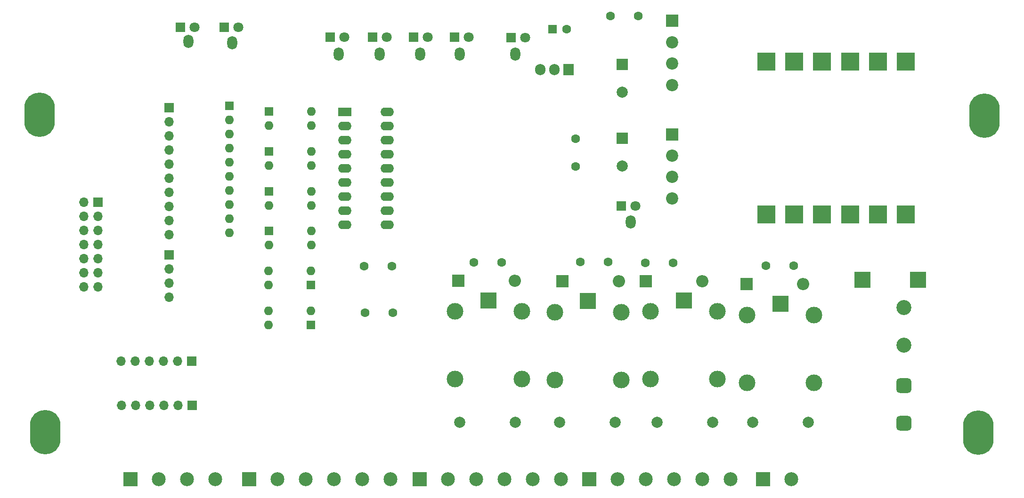
<source format=gbr>
%TF.GenerationSoftware,KiCad,Pcbnew,7.0.2*%
%TF.CreationDate,2024-03-07T12:51:37+05:30*%
%TF.ProjectId,helix2403,68656c69-7832-4343-9033-2e6b69636164,rev?*%
%TF.SameCoordinates,Original*%
%TF.FileFunction,Soldermask,Top*%
%TF.FilePolarity,Negative*%
%FSLAX46Y46*%
G04 Gerber Fmt 4.6, Leading zero omitted, Abs format (unit mm)*
G04 Created by KiCad (PCBNEW 7.0.2) date 2024-03-07 12:51:37*
%MOMM*%
%LPD*%
G01*
G04 APERTURE LIST*
G04 Aperture macros list*
%AMRoundRect*
0 Rectangle with rounded corners*
0 $1 Rounding radius*
0 $2 $3 $4 $5 $6 $7 $8 $9 X,Y pos of 4 corners*
0 Add a 4 corners polygon primitive as box body*
4,1,4,$2,$3,$4,$5,$6,$7,$8,$9,$2,$3,0*
0 Add four circle primitives for the rounded corners*
1,1,$1+$1,$2,$3*
1,1,$1+$1,$4,$5*
1,1,$1+$1,$6,$7*
1,1,$1+$1,$8,$9*
0 Add four rect primitives between the rounded corners*
20,1,$1+$1,$2,$3,$4,$5,0*
20,1,$1+$1,$4,$5,$6,$7,0*
20,1,$1+$1,$6,$7,$8,$9,0*
20,1,$1+$1,$8,$9,$2,$3,0*%
G04 Aperture macros list end*
%ADD10C,2.000000*%
%ADD11R,1.600000X1.600000*%
%ADD12O,1.600000X1.600000*%
%ADD13R,3.000000X3.000000*%
%ADD14C,3.000000*%
%ADD15C,1.600000*%
%ADD16R,1.700000X1.700000*%
%ADD17O,1.700000X1.700000*%
%ADD18R,2.200000X2.200000*%
%ADD19O,2.200000X2.200000*%
%ADD20R,2.500000X2.500000*%
%ADD21C,2.500000*%
%ADD22R,2.000000X2.000000*%
%ADD23O,5.500000X8.000000*%
%ADD24R,2.400000X1.600000*%
%ADD25O,2.400000X1.600000*%
%ADD26C,2.200000*%
%ADD27R,1.905000X2.000000*%
%ADD28O,1.905000X2.000000*%
%ADD29RoundRect,0.675000X0.675000X-0.675000X0.675000X0.675000X-0.675000X0.675000X-0.675000X-0.675000X0*%
%ADD30C,2.700000*%
%ADD31R,1.800000X1.800000*%
%ADD32C,1.800000*%
%ADD33R,3.200000X3.200000*%
%ADD34O,1.800000X2.400000*%
G04 APERTURE END LIST*
D10*
%TO.C,C13*%
X170294000Y-116332000D03*
X160294000Y-116332000D03*
%TD*%
D11*
%TO.C,U3*%
X90561800Y-67599760D03*
D12*
X90561800Y-70139760D03*
X98181800Y-70139760D03*
X98181800Y-67599760D03*
%TD*%
D13*
%TO.C,K4*%
X129982400Y-94410400D03*
D14*
X135982400Y-108610400D03*
X123982400Y-108610400D03*
X123982400Y-96410400D03*
X135982400Y-96410400D03*
%TD*%
D15*
%TO.C,C9*%
X151532400Y-87542600D03*
X146532400Y-87542600D03*
%TD*%
D16*
%TO.C,J9*%
X72609400Y-59740800D03*
D17*
X72609400Y-62280800D03*
X72609400Y-64820800D03*
X72609400Y-67360800D03*
X72609400Y-69900800D03*
X72609400Y-72440800D03*
X72609400Y-74980800D03*
X72609400Y-77520800D03*
X72609400Y-80060800D03*
X72609400Y-82600800D03*
%TD*%
D18*
%TO.C,D12*%
X124586400Y-90855800D03*
D19*
X134746400Y-90855800D03*
%TD*%
D15*
%TO.C,C4*%
X184841200Y-88163400D03*
X179841200Y-88163400D03*
%TD*%
D20*
%TO.C,J1*%
X179365600Y-126619000D03*
D21*
X184445600Y-126619000D03*
%TD*%
D15*
%TO.C,C12*%
X112817600Y-96647000D03*
X107817600Y-96647000D03*
%TD*%
D22*
%TO.C,C2*%
X154067200Y-51937523D03*
D10*
X154067200Y-56937523D03*
%TD*%
D18*
%TO.C,D11*%
X143277800Y-90990800D03*
D19*
X153437800Y-90990800D03*
%TD*%
D18*
%TO.C,D6*%
X158258200Y-91010200D03*
D19*
X168418200Y-91010200D03*
%TD*%
D11*
%TO.C,U7*%
X98111000Y-98856800D03*
D12*
X98111000Y-96316800D03*
X90491000Y-96316800D03*
X90491000Y-98856800D03*
%TD*%
D15*
%TO.C,C8*%
X145685200Y-65292600D03*
X145685200Y-70292600D03*
%TD*%
D11*
%TO.C,U6*%
X90561800Y-81953280D03*
D12*
X90561800Y-84493280D03*
X98181800Y-84493280D03*
X98181800Y-81953280D03*
%TD*%
D10*
%TO.C,C16*%
X134814000Y-116332000D03*
X124814000Y-116332000D03*
%TD*%
D23*
%TO.C,REF\u002A\u002A*%
X219142000Y-61163200D03*
%TD*%
D18*
%TO.C,D4*%
X176448400Y-91516200D03*
D19*
X186608400Y-91516200D03*
%TD*%
D13*
%TO.C,K1*%
X182499200Y-95070800D03*
D14*
X188499200Y-109270800D03*
X176499200Y-109270800D03*
X176499200Y-97070800D03*
X188499200Y-97070800D03*
%TD*%
D13*
%TO.C,C5*%
X207251000Y-90703400D03*
X197251000Y-90703400D03*
%TD*%
D11*
%TO.C,U2*%
X90561800Y-60423000D03*
D12*
X90561800Y-62963000D03*
X98181800Y-62963000D03*
X98181800Y-60423000D03*
%TD*%
D15*
%TO.C,C10*%
X132414800Y-87553800D03*
X127414800Y-87553800D03*
%TD*%
%TO.C,C6*%
X163196600Y-87632000D03*
X158196600Y-87632000D03*
%TD*%
D22*
%TO.C,C7*%
X154041800Y-65221723D03*
D10*
X154041800Y-70221723D03*
%TD*%
D16*
%TO.C,J10*%
X72634800Y-86233000D03*
D17*
X72634800Y-88773000D03*
X72634800Y-91313000D03*
X72634800Y-93853000D03*
%TD*%
D15*
%TO.C,C3*%
X156908200Y-43256200D03*
X151908200Y-43256200D03*
%TD*%
D11*
%TO.C,U5*%
X90561800Y-74776520D03*
D12*
X90561800Y-77316520D03*
X98181800Y-77316520D03*
X98181800Y-74776520D03*
%TD*%
D20*
%TO.C,J2*%
X148098200Y-126619000D03*
D21*
X153178200Y-126619000D03*
X158258200Y-126619000D03*
X163338200Y-126619000D03*
X168418200Y-126619000D03*
X173498200Y-126619000D03*
%TD*%
D24*
%TO.C,U4*%
X104191600Y-60462000D03*
D25*
X104191600Y-63002000D03*
X104191600Y-65542000D03*
X104191600Y-68082000D03*
X104191600Y-70622000D03*
X104191600Y-73162000D03*
X104191600Y-75702000D03*
X104191600Y-78242000D03*
X104191600Y-80782000D03*
X111811600Y-80782000D03*
X111811600Y-78242000D03*
X111811600Y-75702000D03*
X111811600Y-73162000D03*
X111811600Y-70622000D03*
X111811600Y-68082000D03*
X111811600Y-65542000D03*
X111811600Y-63002000D03*
X111811600Y-60462000D03*
%TD*%
D20*
%TO.C,J4*%
X87036600Y-126619000D03*
D21*
X92116600Y-126619000D03*
X97196600Y-126619000D03*
X102276600Y-126619000D03*
X107356600Y-126619000D03*
X112436600Y-126619000D03*
%TD*%
D15*
%TO.C,C14*%
X112676000Y-88239600D03*
X107676000Y-88239600D03*
%TD*%
D18*
%TO.C,D2*%
X163008000Y-64516000D03*
D26*
X163008000Y-68366000D03*
X163008000Y-72216000D03*
X163008000Y-76066000D03*
%TD*%
D10*
%TO.C,C15*%
X152768000Y-116332000D03*
X142768000Y-116332000D03*
%TD*%
D11*
%TO.C,RN1*%
X83465200Y-59395200D03*
D12*
X83465200Y-61935200D03*
X83465200Y-64475200D03*
X83465200Y-67015200D03*
X83465200Y-69555200D03*
X83465200Y-72095200D03*
X83465200Y-74635200D03*
X83465200Y-77175200D03*
X83465200Y-79715200D03*
X83465200Y-82255200D03*
%TD*%
D11*
%TO.C,C1*%
X141551175Y-45593000D03*
D15*
X144051175Y-45593000D03*
%TD*%
D20*
%TO.C,J5*%
X65624400Y-126619000D03*
D21*
X70704400Y-126619000D03*
X75784400Y-126619000D03*
X80864400Y-126619000D03*
%TD*%
D11*
%TO.C,U8*%
X98111000Y-91680040D03*
D12*
X98111000Y-89140040D03*
X90491000Y-89140040D03*
X90491000Y-91680040D03*
%TD*%
D23*
%TO.C,REF\u002A\u002A*%
X50359000Y-118186200D03*
%TD*%
%TO.C,REF\u002A\u002A*%
X218049800Y-118262400D03*
%TD*%
D13*
%TO.C,K2*%
X165130932Y-94415600D03*
D14*
X171130932Y-108615600D03*
X159130932Y-108615600D03*
X159130932Y-96415600D03*
X171130932Y-96415600D03*
%TD*%
D18*
%TO.C,D15*%
X163008000Y-44076000D03*
D26*
X163008000Y-47926000D03*
X163008000Y-51776000D03*
X163008000Y-55626000D03*
%TD*%
D23*
%TO.C,REF\u002A\u002A*%
X49343000Y-61010800D03*
%TD*%
D20*
%TO.C,J3*%
X117618200Y-126619000D03*
D21*
X122698200Y-126619000D03*
X127778200Y-126619000D03*
X132858200Y-126619000D03*
X137938200Y-126619000D03*
X143018200Y-126619000D03*
%TD*%
D10*
%TO.C,C11*%
X187486000Y-116332000D03*
X177486000Y-116332000D03*
%TD*%
D27*
%TO.C,U1*%
X144415200Y-52882800D03*
D28*
X141875200Y-52882800D03*
X139335200Y-52882800D03*
%TD*%
D29*
%TO.C,F2*%
X204714800Y-116503600D03*
X204714800Y-109743600D03*
D30*
X204714800Y-102463600D03*
X204714800Y-95703600D03*
%TD*%
D16*
%TO.C,J7*%
X76648000Y-105359200D03*
D17*
X74108000Y-105359200D03*
X71568000Y-105359200D03*
X69028000Y-105359200D03*
X66488000Y-105359200D03*
X63948000Y-105359200D03*
%TD*%
D13*
%TO.C,K3*%
X147915066Y-94545400D03*
D14*
X153915066Y-108745400D03*
X141915066Y-108745400D03*
X141915066Y-96545400D03*
X153915066Y-96545400D03*
%TD*%
D31*
%TO.C,D3*%
X153859000Y-77440000D03*
D32*
X156399000Y-77440000D03*
%TD*%
D16*
%TO.C,J6*%
X76724200Y-113334800D03*
D17*
X74184200Y-113334800D03*
X71644200Y-113334800D03*
X69104200Y-113334800D03*
X66564200Y-113334800D03*
X64024200Y-113334800D03*
%TD*%
D16*
%TO.C,J8*%
X59807800Y-76733400D03*
D17*
X57267800Y-76733400D03*
X59807800Y-79273400D03*
X57267800Y-79273400D03*
X59807800Y-81813400D03*
X57267800Y-81813400D03*
X59807800Y-84353400D03*
X57267800Y-84353400D03*
X59807800Y-86893400D03*
X57267800Y-86893400D03*
X59807800Y-89433400D03*
X57267800Y-89433400D03*
X59807800Y-91973400D03*
X57267800Y-91973400D03*
%TD*%
D33*
%TO.C,T1*%
X199994200Y-78935000D03*
X204994200Y-78935000D03*
X199994200Y-78935000D03*
X194994200Y-78935000D03*
X189994200Y-78935000D03*
X184994200Y-78935000D03*
X179944200Y-78935000D03*
X179994200Y-51435000D03*
X184994200Y-51435000D03*
X189994200Y-51435000D03*
X194994200Y-51435000D03*
X199994200Y-51435000D03*
X204994200Y-51435000D03*
%TD*%
D31*
%TO.C,D5*%
X123887000Y-47020000D03*
D32*
X126427000Y-47020000D03*
%TD*%
D34*
%TO.C,D19*%
X124882000Y-50038000D03*
%TD*%
%TO.C,D20*%
X117770000Y-50038000D03*
%TD*%
%TO.C,D8*%
X76114000Y-47752000D03*
%TD*%
D31*
%TO.C,D10*%
X101535000Y-47020000D03*
D32*
X104075000Y-47020000D03*
%TD*%
D31*
%TO.C,D1*%
X134047000Y-47096200D03*
D32*
X136587000Y-47096200D03*
%TD*%
D31*
%TO.C,D9*%
X109155000Y-47020000D03*
D32*
X111695000Y-47020000D03*
%TD*%
D34*
%TO.C,D18*%
X155616000Y-80264000D03*
%TD*%
D31*
%TO.C,D13*%
X82485000Y-45216600D03*
D32*
X85025000Y-45216600D03*
%TD*%
D34*
%TO.C,D16*%
X83988000Y-48006000D03*
%TD*%
%TO.C,D22*%
X103090000Y-50038000D03*
%TD*%
D31*
%TO.C,D14*%
X74611000Y-45288200D03*
D32*
X77151000Y-45288200D03*
%TD*%
D34*
%TO.C,D21*%
X110456000Y-50038000D03*
%TD*%
D31*
%TO.C,D7*%
X116521000Y-47020000D03*
D32*
X119061000Y-47020000D03*
%TD*%
D34*
%TO.C,D17*%
X134814000Y-50038000D03*
%TD*%
M02*

</source>
